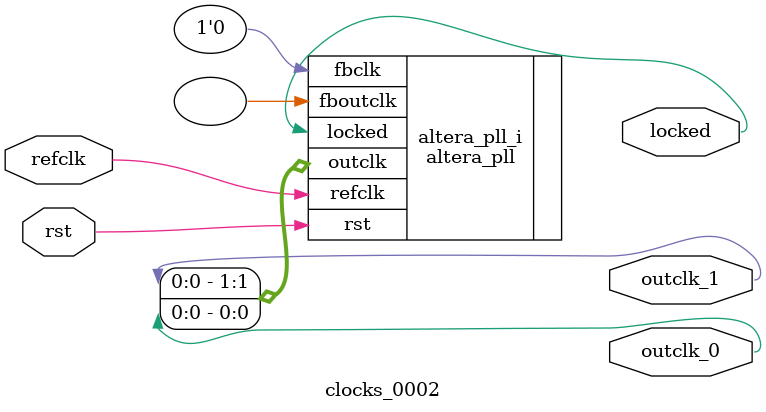
<source format=v>
`timescale 1ns/10ps
module  clocks_0002(

	// interface 'refclk'
	input wire refclk,

	// interface 'reset'
	input wire rst,

	// interface 'outclk0'
	output wire outclk_0,

	// interface 'outclk1'
	output wire outclk_1,

	// interface 'locked'
	output wire locked
);

	altera_pll #(
		.fractional_vco_multiplier("false"),
		.reference_clock_frequency("50.0 MHz"),
		.operation_mode("direct"),
		.number_of_clocks(2),
		.output_clock_frequency0("130.000 MHz"),
		.phase_shift0("0 ps"),
		.duty_cycle0(50),
		.output_clock_frequency1("65.0000 MHz"),
		.phase_shift1("0 ps"),
		.duty_cycle1(50),
		.output_clock_frequency2("0 MHz"),
		.phase_shift2("0 ps"),
		.duty_cycle2(50),
		.output_clock_frequency3("0 MHz"),
		.phase_shift3("0 ps"),
		.duty_cycle3(50),
		.output_clock_frequency4("0 MHz"),
		.phase_shift4("0 ps"),
		.duty_cycle4(50),
		.output_clock_frequency5("0 MHz"),
		.phase_shift5("0 ps"),
		.duty_cycle5(50),
		.output_clock_frequency6("0 MHz"),
		.phase_shift6("0 ps"),
		.duty_cycle6(50),
		.output_clock_frequency7("0 MHz"),
		.phase_shift7("0 ps"),
		.duty_cycle7(50),
		.output_clock_frequency8("0 MHz"),
		.phase_shift8("0 ps"),
		.duty_cycle8(50),
		.output_clock_frequency9("0 MHz"),
		.phase_shift9("0 ps"),
		.duty_cycle9(50),
		.output_clock_frequency10("0 MHz"),
		.phase_shift10("0 ps"),
		.duty_cycle10(50),
		.output_clock_frequency11("0 MHz"),
		.phase_shift11("0 ps"),
		.duty_cycle11(50),
		.output_clock_frequency12("0 MHz"),
		.phase_shift12("0 ps"),
		.duty_cycle12(50),
		.output_clock_frequency13("0 MHz"),
		.phase_shift13("0 ps"),
		.duty_cycle13(50),
		.output_clock_frequency14("0 MHz"),
		.phase_shift14("0 ps"),
		.duty_cycle14(50),
		.output_clock_frequency15("0 MHz"),
		.phase_shift15("0 ps"),
		.duty_cycle15(50),
		.output_clock_frequency16("0 MHz"),
		.phase_shift16("0 ps"),
		.duty_cycle16(50),
		.output_clock_frequency17("0 MHz"),
		.phase_shift17("0 ps"),
		.duty_cycle17(50),
		.pll_type("General"),
		.pll_subtype("General")
	) altera_pll_i (
		.rst	(rst),
		.outclk	({outclk_1, outclk_0}),
		.locked	(locked),
		.fboutclk	( ),
		.fbclk	(1'b0),
		.refclk	(refclk)
	);
endmodule


</source>
